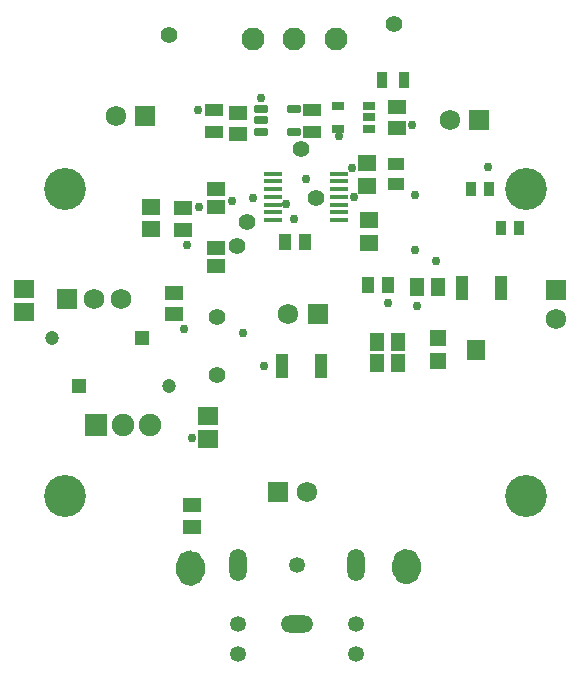
<source format=gbr>
G04*
G04 #@! TF.GenerationSoftware,Altium Limited,Altium Designer,25.4.2 (15)*
G04*
G04 Layer_Color=8388736*
%FSLAX44Y44*%
%MOMM*%
G71*
G04*
G04 #@! TF.SameCoordinates,5F7C4320-E98A-453F-BBD9-352C29D146EE*
G04*
G04*
G04 #@! TF.FilePolarity,Negative*
G04*
G01*
G75*
%ADD15C,0.3810*%
%ADD22R,1.2000X1.2000*%
%ADD23R,0.9061X1.3098*%
%ADD24C,0.2540*%
%ADD31R,1.1000X2.0500*%
%ADD32R,1.5562X1.4546*%
%ADD37R,1.0000X0.6600*%
%ADD38R,0.9500X1.4000*%
%ADD40C,1.5240*%
G04:AMPARAMS|DCode=41|XSize=1.254mm|YSize=1.584mm|CornerRadius=0.2333mm|HoleSize=0mm|Usage=FLASHONLY|Rotation=0.000|XOffset=0mm|YOffset=0mm|HoleType=Round|Shape=RoundedRectangle|*
%AMROUNDEDRECTD41*
21,1,1.2540,1.1175,0,0,0.0*
21,1,0.7875,1.5840,0,0,0.0*
1,1,0.4665,0.3938,-0.5587*
1,1,0.4665,-0.3938,-0.5587*
1,1,0.4665,-0.3938,0.5587*
1,1,0.4665,0.3938,0.5587*
%
%ADD41ROUNDEDRECTD41*%
%ADD42R,1.6500X1.7500*%
%ADD43R,1.3500X1.3500*%
%ADD44R,1.6000X0.3500*%
%ADD45R,1.6000X1.3000*%
%ADD46R,1.6000X1.3500*%
%ADD47R,1.3000X1.6000*%
%ADD48R,1.0000X1.4500*%
%ADD49R,1.4500X1.0000*%
%ADD50R,1.7000X1.5000*%
%ADD51R,1.5000X1.1500*%
%ADD52R,1.5300X1.0700*%
G04:AMPARAMS|DCode=53|XSize=1.254mm|YSize=1.584mm|CornerRadius=0.2333mm|HoleSize=0mm|Usage=FLASHONLY|Rotation=270.000|XOffset=0mm|YOffset=0mm|HoleType=Round|Shape=RoundedRectangle|*
%AMROUNDEDRECTD53*
21,1,1.2540,1.1175,0,0,270.0*
21,1,0.7875,1.5840,0,0,270.0*
1,1,0.4665,-0.5587,-0.3938*
1,1,0.4665,-0.5587,0.3938*
1,1,0.4665,0.5587,0.3938*
1,1,0.4665,0.5587,-0.3938*
%
%ADD53ROUNDEDRECTD53*%
G04:AMPARAMS|DCode=54|XSize=0.75mm|YSize=1.15mm|CornerRadius=0.126mm|HoleSize=0mm|Usage=FLASHONLY|Rotation=90.000|XOffset=0mm|YOffset=0mm|HoleType=Round|Shape=RoundedRectangle|*
%AMROUNDEDRECTD54*
21,1,0.7500,0.8980,0,0,90.0*
21,1,0.4980,1.1500,0,0,90.0*
1,1,0.2520,0.4490,0.2490*
1,1,0.2520,0.4490,-0.2490*
1,1,0.2520,-0.4490,-0.2490*
1,1,0.2520,-0.4490,0.2490*
%
%ADD54ROUNDEDRECTD54*%
%ADD55R,1.5700X1.1500*%
%ADD56C,1.7250*%
%ADD57R,1.7250X1.7250*%
%ADD58C,1.9000*%
%ADD59R,1.9000X1.9000*%
%ADD60C,1.2000*%
%ADD61C,1.9534*%
%ADD62R,1.7250X1.7250*%
%ADD63C,1.7500*%
%ADD64R,1.7500X1.7500*%
%ADD65O,2.7660X1.4580*%
%ADD66O,1.4580X2.7660*%
%ADD67C,1.3500*%
%ADD68C,0.7500*%
%ADD69C,3.5500*%
%ADD70C,1.4200*%
D15*
X103886Y46736D02*
Y53086D01*
X83566Y46736D02*
Y53086D01*
X-99314Y45466D02*
Y51816D01*
X-78994Y45466D02*
Y51816D01*
D22*
X-129764Y243586D02*
D03*
X-183164Y202946D02*
D03*
D23*
X163971Y369570D02*
D03*
X148449D02*
D03*
X173849Y336550D02*
D03*
X189371D02*
D03*
D24*
X93726Y39116D02*
D03*
Y60706D02*
D03*
X-89154Y59436D02*
D03*
Y37846D02*
D03*
D31*
X173726Y285496D02*
D03*
X140726D02*
D03*
X21580Y219710D02*
D03*
X-11420D02*
D03*
D32*
X-122174Y335928D02*
D03*
Y354444D02*
D03*
D37*
X62426Y420776D02*
D03*
Y430276D02*
D03*
Y439776D02*
D03*
X36126D02*
D03*
Y420776D02*
D03*
D38*
X91546Y462026D02*
D03*
X73046D02*
D03*
D40*
X98044Y53086D02*
G03*
X98044Y53086I-4318J0D01*
G01*
Y46736D02*
G03*
X98044Y46736I-4318J0D01*
G01*
X-84836Y45466D02*
G03*
X-84836Y45466I-4318J0D01*
G01*
Y51816D02*
G03*
X-84836Y51816I-4318J0D01*
G01*
D41*
X69016Y240201D02*
D03*
X86776D02*
D03*
X69016Y222421D02*
D03*
X86776D02*
D03*
D42*
X152930Y233680D02*
D03*
D43*
X120430Y223680D02*
D03*
Y243680D02*
D03*
D44*
X-19364Y343466D02*
D03*
Y349966D02*
D03*
Y356466D02*
D03*
Y375966D02*
D03*
Y362966D02*
D03*
Y369466D02*
D03*
Y382466D02*
D03*
X36636Y343466D02*
D03*
Y349966D02*
D03*
Y356466D02*
D03*
Y362966D02*
D03*
Y382466D02*
D03*
Y369466D02*
D03*
Y375966D02*
D03*
D45*
X-103124Y264046D02*
D03*
Y281546D02*
D03*
D46*
X61976Y323596D02*
D03*
Y343596D02*
D03*
X60706Y372016D02*
D03*
Y392016D02*
D03*
D47*
X120256Y286766D02*
D03*
X102756D02*
D03*
D48*
X7856Y324866D02*
D03*
X-9144D02*
D03*
X78486Y288036D02*
D03*
X61486D02*
D03*
D49*
X84836Y390516D02*
D03*
Y373516D02*
D03*
D50*
X-73914Y157636D02*
D03*
Y177136D02*
D03*
X-230124Y265586D02*
D03*
Y285086D02*
D03*
D51*
X-67564Y304546D02*
D03*
Y319546D02*
D03*
Y354196D02*
D03*
Y369196D02*
D03*
D52*
X13716Y436676D02*
D03*
Y417576D02*
D03*
X-68834Y436676D02*
D03*
Y417576D02*
D03*
D53*
X86106Y421386D02*
D03*
Y439146D02*
D03*
X-48514Y434086D02*
D03*
Y416326D02*
D03*
D54*
X-29244Y437236D02*
D03*
Y427736D02*
D03*
Y418236D02*
D03*
X-1744D02*
D03*
Y437236D02*
D03*
D55*
X-95504Y334566D02*
D03*
Y353266D02*
D03*
X-87884Y101806D02*
D03*
Y83106D02*
D03*
D56*
X-6404Y263736D02*
D03*
X-152454Y431376D02*
D03*
X220726Y259226D02*
D03*
X130556Y427736D02*
D03*
X9906Y112776D02*
D03*
D57*
X18596Y263736D02*
D03*
X-127454Y431376D02*
D03*
X155556Y427736D02*
D03*
X-15094Y112776D02*
D03*
D58*
X-146304Y169646D02*
D03*
X-123404D02*
D03*
D59*
X-169204D02*
D03*
D60*
X-206024Y243586D02*
D03*
X-106904Y202946D02*
D03*
D61*
X-36322Y496316D02*
D03*
X-1270D02*
D03*
X33782D02*
D03*
D62*
X220726Y284226D02*
D03*
D63*
X-147534Y276606D02*
D03*
X-170434D02*
D03*
D64*
X-193334D02*
D03*
D65*
X1016Y1016D02*
D03*
D66*
X51016Y51016D02*
D03*
X-48984D02*
D03*
D67*
Y-23984D02*
D03*
Y1016D02*
D03*
X1016Y51016D02*
D03*
X51016Y-23984D02*
D03*
Y1016D02*
D03*
D68*
X-26670Y219710D02*
D03*
X162560Y388620D02*
D03*
X8890Y378223D02*
D03*
X36576Y414353D02*
D03*
X119126Y308356D02*
D03*
X-44704Y247396D02*
D03*
X-94234Y251206D02*
D03*
X-81534Y354076D02*
D03*
X-35814Y361894D02*
D03*
X-91694Y322326D02*
D03*
X102616Y270256D02*
D03*
X101346Y318008D02*
D03*
X98806Y423926D02*
D03*
X-82804Y436626D02*
D03*
X-29464Y446786D02*
D03*
X47568Y387458D02*
D03*
X-87884Y158496D02*
D03*
X-7874Y356616D02*
D03*
X-53594Y359036D02*
D03*
X-1524Y343916D02*
D03*
X49668Y362703D02*
D03*
X101346Y364236D02*
D03*
X78486Y272796D02*
D03*
D69*
X195000Y370000D02*
D03*
X-195000Y110000D02*
D03*
Y370000D02*
D03*
X195000Y110000D02*
D03*
D70*
X-106934Y500126D02*
D03*
X83566Y509016D02*
D03*
X17115Y362107D02*
D03*
X-49486Y321354D02*
D03*
X-66294Y211836D02*
D03*
Y261366D02*
D03*
X4826Y403606D02*
D03*
X-40894Y341376D02*
D03*
M02*

</source>
